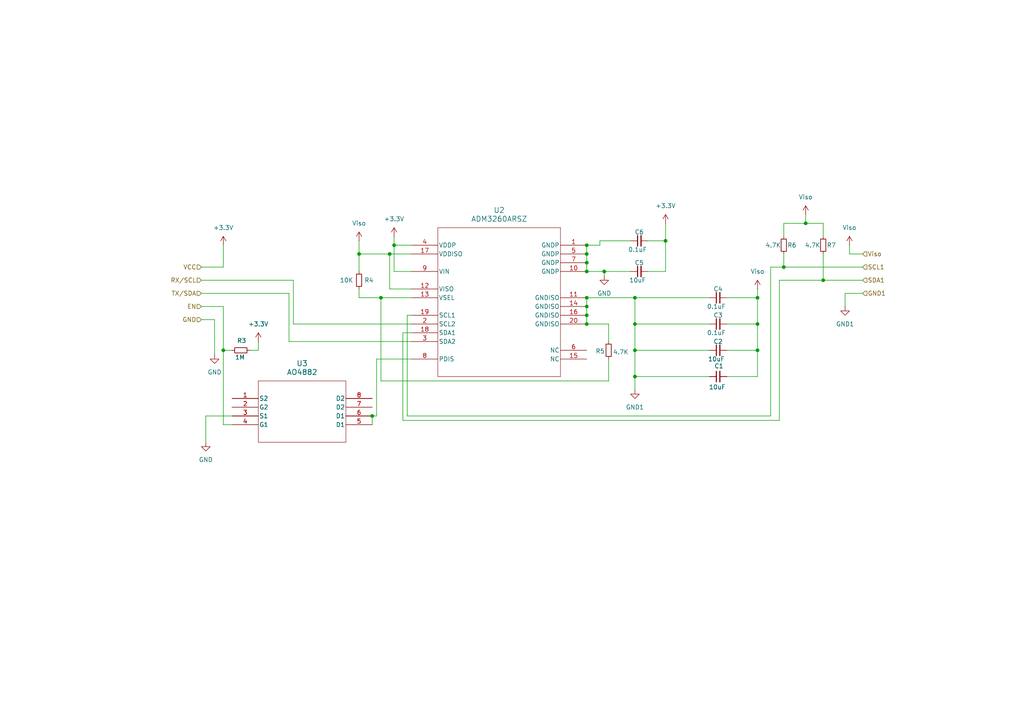
<source format=kicad_sch>
(kicad_sch (version 20231120) (generator "eeschema") (generator_version "8.0")
  (paper "A4")
  (lib_symbols
    (symbol "AO4882:AO4882" (pin_names (offset 0.254))
      (property "Reference" "U" (at 20.32 10.16 0))
      (property "Value" "AO4882" (at 20.32 7.62 0))
      (symbol "AO4882_0_1"
        (polyline (pts (xy 7.62 -12.7) (xy 33.02 -12.7)) (stroke (width 0.127)))
        (polyline (pts (xy 7.62 5.08) (xy 7.62 -12.7)) (stroke (width 0.127)))
        (polyline (pts (xy 33.02 -12.7) (xy 33.02 5.08)) (stroke (width 0.127)))
        (polyline (pts (xy 33.02 5.08) (xy 7.62 5.08)) (stroke (width 0.127)))
        (pin unspecified line (at 0 0 0) (length 7.62) (name "S2") (number "1"))
        (pin bidirectional line (at 0 -2.54 0) (length 7.62) (name "G2") (number "2"))
        (pin bidirectional line (at 0 -5.08 0) (length 7.62) (name "S1") (number "3"))
        (pin bidirectional line (at 0 -7.62 0) (length 7.62) (name "G1") (number "4"))
        (pin bidirectional line (at 40.64 -7.62 180) (length 7.62) (name "D1") (number "5"))
        (pin bidirectional line (at 40.64 -5.08 180) (length 7.62) (name "D1") (number "6"))
        (pin bidirectional line (at 40.64 -2.54 180) (length 7.62) (name "D2") (number "7"))
        (pin bidirectional line (at 40.64 0 180) (length 7.62) (name "D2") (number "8"))
      )
    )
    (symbol "Device:C_Small" (pin_numbers hide) (pin_names (offset 0.254) hide)
      (property "Reference" "C" (at 0.254 1.778 0))
      (property "Value" "C_Small" (at 0.254 -2.032 0))
      (symbol "C_Small_0_1"
        (polyline (pts (xy -1.524 -0.508) (xy 1.524 -0.508)) (stroke (width 0.3302)))
        (polyline (pts (xy -1.524 0.508) (xy 1.524 0.508)) (stroke (width 0.3048)))
      )
      (symbol "C_Small_1_1"
        (pin passive line (at 0 2.54 270) (length 2.032) (name "~") (number "1"))
        (pin passive line (at 0 -2.54 90) (length 2.032) (name "~") (number "2"))
      )
    )
    (symbol "Device:R_Small" (pin_numbers hide) (pin_names (offset 0.254) hide)
      (property "Reference" "R" (at 0.762 0.508 0))
      (property "Value" "R_Small" (at 0.762 -1.016 0))
      (symbol "R_Small_0_1"
        (rectangle (start -0.762 1.778) (end 0.762 -1.778) (stroke (width 0.2032)))
      )
      (symbol "R_Small_1_1"
        (pin passive line (at 0 2.54 270) (length 0.762) (name "~") (number "1"))
        (pin passive line (at 0 -2.54 90) (length 0.762) (name "~") (number "2"))
      )
    )
    (symbol "adm3260:ADM3260ARSZ" (pin_names (offset 0.254))
      (property "Reference" "U" (at 25.4 10.16 0))
      (property "Value" "ADM3260ARSZ" (at 25.4 7.62 0))
      (symbol "ADM3260ARSZ_0_1"
        (polyline (pts (xy 7.62 -38.1) (xy 43.18 -38.1)) (stroke (width 0.127)))
        (polyline (pts (xy 7.62 5.08) (xy 7.62 -38.1)) (stroke (width 0.127)))
        (polyline (pts (xy 43.18 -38.1) (xy 43.18 5.08)) (stroke (width 0.127)))
        (polyline (pts (xy 43.18 5.08) (xy 7.62 5.08)) (stroke (width 0.127)))
        (pin unspecified line (at 50.8 0 180) (length 7.62) (name "GNDP") (number "1"))
        (pin unspecified line (at 50.8 -7.62 180) (length 7.62) (name "GNDP") (number "10"))
        (pin unspecified line (at 50.8 -15.24 180) (length 7.62) (name "GNDISO") (number "11"))
        (pin unspecified line (at 0 -12.7 0) (length 7.62) (name "VISO") (number "12"))
        (pin unspecified line (at 0 -15.24 0) (length 7.62) (name "VSEL") (number "13"))
        (pin unspecified line (at 50.8 -17.78 180) (length 7.62) (name "GNDISO") (number "14"))
        (pin unspecified line (at 50.8 -33.02 180) (length 7.62) (name "NC") (number "15"))
        (pin unspecified line (at 50.8 -20.32 180) (length 7.62) (name "GNDISO") (number "16"))
        (pin unspecified line (at 0 -2.54 0) (length 7.62) (name "VDDISO") (number "17"))
        (pin unspecified line (at 0 -25.4 0) (length 7.62) (name "SDA1") (number "18"))
        (pin unspecified line (at 0 -20.32 0) (length 7.62) (name "SCL1") (number "19"))
        (pin unspecified line (at 0 -22.86 0) (length 7.62) (name "SCL2") (number "2"))
        (pin unspecified line (at 50.8 -22.86 180) (length 7.62) (name "GNDISO") (number "20"))
        (pin unspecified line (at 0 -27.94 0) (length 7.62) (name "SDA2") (number "3"))
        (pin unspecified line (at 0 0 0) (length 7.62) (name "VDDP") (number "4"))
        (pin unspecified line (at 50.8 -2.54 180) (length 7.62) (name "GNDP") (number "5"))
        (pin unspecified line (at 50.8 -30.48 180) (length 7.62) (name "NC") (number "6"))
        (pin unspecified line (at 50.8 -5.08 180) (length 7.62) (name "GNDP") (number "7"))
        (pin unspecified line (at 0 -33.02 0) (length 7.62) (name "PDIS") (number "8"))
        (pin unspecified line (at 0 -7.62 0) (length 7.62) (name "VIN") (number "9"))
      )
    )
    (symbol "power:+3.3V" (power) (pin_numbers hide) (pin_names (offset 0) hide)
      (property "Value" "+3.3V" (at 0 3.556 0))
      (symbol "+3.3V_0_1"
        (polyline (pts (xy -0.762 1.27) (xy 0 2.54)))
        (polyline (pts (xy 0 0) (xy 0 2.54)))
        (polyline (pts (xy 0 2.54) (xy 0.762 1.27)))
      )
      (symbol "+3.3V_1_1"
        (pin power_in line (at 0 0 90) (length 0) (name "~") (number "1"))
      )
    )
    (symbol "power:GND" (power) (pin_numbers hide) (pin_names (offset 0) hide)
      (property "Value" "GND" (at 0 -3.81 0))
      (symbol "GND_0_1"
        (polyline (pts (xy 0 0) (xy 0 -1.27) (xy 1.27 -1.27) (xy 0 -2.54) (xy -1.27 -1.27) (xy 0 -1.27)))
      )
      (symbol "GND_1_1"
        (pin power_in line (at 0 0 270) (length 0) (name "~") (number "1"))
      )
    )
    (symbol "power:GND1" (power) (pin_numbers hide) (pin_names (offset 0) hide)
      (property "Value" "GND1" (at 0 -3.81 0))
      (symbol "GND1_0_1"
        (polyline (pts (xy 0 0) (xy 0 -1.27) (xy 1.27 -1.27) (xy 0 -2.54) (xy -1.27 -1.27) (xy 0 -1.27)))
      )
      (symbol "GND1_1_1"
        (pin power_in line (at 0 0 270) (length 0) (name "~") (number "1"))
      )
    )
    (symbol "power:VDC" (power) (pin_numbers hide) (pin_names (offset 0) hide)
      (property "Value" "VDC" (at 0 3.556 0))
      (symbol "VDC_0_1"
        (polyline (pts (xy -0.762 1.27) (xy 0 2.54)))
        (polyline (pts (xy 0 0) (xy 0 2.54)))
        (polyline (pts (xy 0 2.54) (xy 0.762 1.27)))
      )
      (symbol "VDC_1_1"
        (pin power_in line (at 0 0 90) (length 0) (name "~") (number "1"))
      )
    )
  )
  (junction (at 170.18 76.2))
  (junction (at 107.95 120.65))
  (junction (at 175.26 78.74))
  (junction (at 170.18 86.36))
  (junction (at 170.18 73.66))
  (junction (at 193.04 69.85))
  (junction (at 110.49 86.36))
  (junction (at 184.15 93.98))
  (junction (at 114.3 71.12))
  (junction (at 113.03 73.66))
  (junction (at 238.76 81.28))
  (junction (at 184.15 101.6))
  (junction (at 219.71 101.6))
  (junction (at 227.33 77.47))
  (junction (at 170.18 91.44))
  (junction (at 170.18 71.12))
  (junction (at 170.18 78.74))
  (junction (at 233.68 64.77))
  (junction (at 170.18 93.98))
  (junction (at 64.77 101.6))
  (junction (at 219.71 86.36))
  (junction (at 184.15 86.36))
  (junction (at 184.15 109.22))
  (junction (at 104.14 73.66))
  (junction (at 170.18 88.9))
  (junction (at 219.71 93.98))
  (wire (pts (xy 116.84 121.92) (xy 226.06 121.92)))
  (wire (pts (xy 58.42 92.71) (xy 62.23 92.71)))
  (wire (pts (xy 184.15 101.6) (xy 184.15 109.22)))
  (wire (pts (xy 113.03 83.82) (xy 113.03 73.66)))
  (wire (pts (xy 233.68 64.77) (xy 238.76 64.77)))
  (wire (pts (xy 226.06 121.92) (xy 226.06 81.28)))
  (wire (pts (xy 170.18 86.36) (xy 184.15 86.36)))
  (wire (pts (xy 119.38 78.74) (xy 114.3 78.74)))
  (wire (pts (xy 119.38 91.44) (xy 118.11 91.44)))
  (wire (pts (xy 83.82 99.06) (xy 119.38 99.06)))
  (wire (pts (xy 109.22 104.14) (xy 119.38 104.14)))
  (wire (pts (xy 104.14 86.36) (xy 104.14 83.82)))
  (wire (pts (xy 193.04 78.74) (xy 193.04 69.85)))
  (wire (pts (xy 64.77 77.47) (xy 64.77 71.12)))
  (wire (pts (xy 246.38 73.66) (xy 250.19 73.66)))
  (wire (pts (xy 210.82 86.36) (xy 219.71 86.36)))
  (wire (pts (xy 118.11 91.44) (xy 118.11 120.65)))
  (wire (pts (xy 246.38 71.12) (xy 246.38 73.66)))
  (wire (pts (xy 219.71 86.36) (xy 219.71 93.98)))
  (wire (pts (xy 226.06 81.28) (xy 238.76 81.28)))
  (wire (pts (xy 110.49 110.49) (xy 110.49 86.36)))
  (wire (pts (xy 116.84 96.52) (xy 116.84 121.92)))
  (wire (pts (xy 184.15 86.36) (xy 184.15 93.98)))
  (wire (pts (xy 114.3 68.58) (xy 114.3 71.12)))
  (wire (pts (xy 170.18 73.66) (xy 170.18 76.2)))
  (wire (pts (xy 107.95 120.65) (xy 107.95 123.19)))
  (wire (pts (xy 193.04 69.85) (xy 187.96 69.85)))
  (wire (pts (xy 67.31 120.65) (xy 59.69 120.65)))
  (wire (pts (xy 175.26 78.74) (xy 182.88 78.74)))
  (wire (pts (xy 114.3 71.12) (xy 119.38 71.12)))
  (wire (pts (xy 223.52 77.47) (xy 227.33 77.47)))
  (wire (pts (xy 119.38 73.66) (xy 113.03 73.66)))
  (wire (pts (xy 176.53 110.49) (xy 110.49 110.49)))
  (wire (pts (xy 175.26 78.74) (xy 170.18 78.74)))
  (wire (pts (xy 219.71 93.98) (xy 210.82 93.98)))
  (wire (pts (xy 184.15 93.98) (xy 205.74 93.98)))
  (wire (pts (xy 170.18 88.9) (xy 170.18 91.44)))
  (wire (pts (xy 238.76 81.28) (xy 250.19 81.28)))
  (wire (pts (xy 175.26 80.01) (xy 175.26 78.74)))
  (wire (pts (xy 170.18 76.2) (xy 170.18 78.74)))
  (wire (pts (xy 238.76 73.66) (xy 238.76 81.28)))
  (wire (pts (xy 110.49 86.36) (xy 104.14 86.36)))
  (wire (pts (xy 245.11 85.09) (xy 245.11 88.9)))
  (wire (pts (xy 227.33 77.47) (xy 250.19 77.47)))
  (wire (pts (xy 219.71 93.98) (xy 219.71 101.6)))
  (wire (pts (xy 118.11 120.65) (xy 223.52 120.65)))
  (wire (pts (xy 58.42 85.09) (xy 83.82 85.09)))
  (wire (pts (xy 64.77 88.9) (xy 64.77 101.6)))
  (wire (pts (xy 64.77 123.19) (xy 67.31 123.19)))
  (wire (pts (xy 227.33 73.66) (xy 227.33 77.47)))
  (wire (pts (xy 119.38 83.82) (xy 113.03 83.82)))
  (wire (pts (xy 233.68 64.77) (xy 233.68 62.23)))
  (wire (pts (xy 219.71 86.36) (xy 219.71 83.82)))
  (wire (pts (xy 59.69 120.65) (xy 59.69 128.27)))
  (wire (pts (xy 184.15 109.22) (xy 184.15 113.03)))
  (wire (pts (xy 184.15 101.6) (xy 205.74 101.6)))
  (wire (pts (xy 170.18 91.44) (xy 170.18 93.98)))
  (wire (pts (xy 107.95 120.65) (xy 109.22 120.65)))
  (wire (pts (xy 219.71 101.6) (xy 210.82 101.6)))
  (wire (pts (xy 58.42 77.47) (xy 64.77 77.47)))
  (wire (pts (xy 110.49 86.36) (xy 119.38 86.36)))
  (wire (pts (xy 83.82 85.09) (xy 83.82 99.06)))
  (wire (pts (xy 173.99 71.12) (xy 173.99 69.85)))
  (wire (pts (xy 176.53 93.98) (xy 170.18 93.98)))
  (wire (pts (xy 170.18 86.36) (xy 170.18 88.9)))
  (wire (pts (xy 227.33 64.77) (xy 233.68 64.77)))
  (wire (pts (xy 62.23 92.71) (xy 62.23 102.87)))
  (wire (pts (xy 176.53 104.14) (xy 176.53 110.49)))
  (wire (pts (xy 176.53 99.06) (xy 176.53 93.98)))
  (wire (pts (xy 223.52 120.65) (xy 223.52 77.47)))
  (wire (pts (xy 219.71 101.6) (xy 219.71 109.22)))
  (wire (pts (xy 85.09 93.98) (xy 85.09 81.28)))
  (wire (pts (xy 219.71 109.22) (xy 210.82 109.22)))
  (wire (pts (xy 184.15 109.22) (xy 205.74 109.22)))
  (wire (pts (xy 104.14 73.66) (xy 104.14 69.85)))
  (wire (pts (xy 74.93 99.06) (xy 74.93 101.6)))
  (wire (pts (xy 114.3 78.74) (xy 114.3 71.12)))
  (wire (pts (xy 238.76 64.77) (xy 238.76 68.58)))
  (wire (pts (xy 119.38 96.52) (xy 116.84 96.52)))
  (wire (pts (xy 170.18 71.12) (xy 170.18 73.66)))
  (wire (pts (xy 85.09 93.98) (xy 119.38 93.98)))
  (wire (pts (xy 193.04 64.77) (xy 193.04 69.85)))
  (wire (pts (xy 72.39 101.6) (xy 74.93 101.6)))
  (wire (pts (xy 250.19 85.09) (xy 245.11 85.09)))
  (wire (pts (xy 173.99 69.85) (xy 182.88 69.85)))
  (wire (pts (xy 85.09 81.28) (xy 58.42 81.28)))
  (wire (pts (xy 58.42 88.9) (xy 64.77 88.9)))
  (wire (pts (xy 187.96 78.74) (xy 193.04 78.74)))
  (wire (pts (xy 184.15 86.36) (xy 205.74 86.36)))
  (wire (pts (xy 170.18 71.12) (xy 173.99 71.12)))
  (wire (pts (xy 113.03 73.66) (xy 104.14 73.66)))
  (wire (pts (xy 104.14 73.66) (xy 104.14 78.74)))
  (wire (pts (xy 184.15 93.98) (xy 184.15 101.6)))
  (wire (pts (xy 64.77 101.6) (xy 67.31 101.6)))
  (wire (pts (xy 227.33 68.58) (xy 227.33 64.77)))
  (wire (pts (xy 64.77 101.6) (xy 64.77 123.19)))
  (wire (pts (xy 109.22 120.65) (xy 109.22 104.14)))
  (hierarchical_label "EN" (shape input) (at 58.42 88.9 180))
  (hierarchical_label "GND1" (shape input) (at 250.19 85.09 0))
  (hierarchical_label "Viso" (shape input) (at 250.19 73.66 0))
  (hierarchical_label "TX{slash}SDA" (shape input) (at 58.42 85.09 180))
  (hierarchical_label "SDA1" (shape input) (at 250.19 81.28 0))
  (hierarchical_label "SCL1" (shape input) (at 250.19 77.47 0))
  (hierarchical_label "GND" (shape input) (at 58.42 92.71 180))
  (hierarchical_label "VCC" (shape input) (at 58.42 77.47 180))
  (hierarchical_label "RX{slash}SCL" (shape input) (at 58.42 81.28 180))
  (symbol (lib_id "Device:R_Small") (at 238.76 71.12 0) (unit 1)
    (property "Reference" "R7" (at 239.776 71.12 0) (effects (justify left)))
    (property "Value" "4.7K" (at 233.426 71.12 0) (effects (justify left)))
    (property "Description" "Resistor, small symbol" (effects (hide yes)))
  )
  (symbol (lib_id "power:GND") (at 62.23 102.87 0) (unit 1)
    (property "Reference" "#PWR06" (effects (hide yes)))
    (property "Value" "GND" (at 62.23 107.95 0))
    (property "Description" "Power symbol creates a global label with name \"GND\" , ground" (effects (hide yes)))
  )
  (symbol (lib_id "Device:C_Small") (at 185.42 78.74 90) (unit 1)
    (property "Reference" "C5" (at 185.42 76.2 90))
    (property "Value" "10uF" (at 184.912 81.28 90))
    (property "Description" "Unpolarized capacitor, small symbol" (effects (hide yes)))
  )
  (symbol (lib_id "Device:C_Small") (at 208.28 93.98 90) (unit 1)
    (property "Reference" "C3" (at 208.28 91.44 90))
    (property "Value" "0.1uF" (at 207.772 96.52 90))
    (property "Description" "Unpolarized capacitor, small symbol" (effects (hide yes)))
  )
  (symbol (lib_id "Device:C_Small") (at 208.28 109.22 90) (unit 1)
    (property "Reference" "C1" (at 208.534 106.172 90))
    (property "Value" "10uF" (at 208.026 112.268 90))
    (property "Description" "Unpolarized capacitor, small symbol" (effects (hide yes)))
  )
  (symbol (lib_id "power:+3.3V") (at 74.93 99.06 0) (unit 1)
    (property "Reference" "#PWR09" (effects (hide yes)))
    (property "Value" "+3.3V" (at 74.93 93.98 0))
    (property "Description" "Power symbol creates a global label with name \"+3.3V\"" (effects (hide yes)))
  )
  (symbol (lib_id "Device:R_Small") (at 176.53 101.6 180) (unit 1)
    (property "Reference" "R5" (at 172.72 101.854 0) (effects (justify right)))
    (property "Value" "4.7K" (at 177.8 102.108 0) (effects (justify right)))
    (property "Description" "Resistor, small symbol" (effects (hide yes)))
  )
  (symbol (lib_id "power:+3.3V") (at 64.77 71.12 0) (unit 1)
    (property "Reference" "#PWR07" (effects (hide yes)))
    (property "Value" "+3.3V" (at 64.77 66.04 0))
    (property "Description" "Power symbol creates a global label with name \"+3.3V\"" (effects (hide yes)))
  )
  (symbol (lib_id "Device:C_Small") (at 185.42 69.85 90) (unit 1)
    (property "Reference" "C6" (at 185.42 67.31 90))
    (property "Value" "0.1uF" (at 184.912 72.39 90))
    (property "Description" "Unpolarized capacitor, small symbol" (effects (hide yes)))
  )
  (symbol (lib_id "power:VDC") (at 233.68 62.23 0) (unit 1)
    (property "Reference" "#PWR018" (effects (hide yes)))
    (property "Value" "Viso" (at 233.68 57.15 0))
    (property "Description" "Power symbol creates a global label with name \"VDC\"" (effects (hide yes)))
  )
  (symbol (lib_id "adm3260:ADM3260ARSZ") (at 119.38 71.12 0) (unit 1)
    (property "Reference" "U2" (at 144.78 60.96 0) (effects (font (size 1.524 1.524))))
    (property "Value" "ADM3260ARSZ" (at 144.78 63.5 0) (effects (font (size 1.524 1.524))))
    (property "Footprint" "footprints:RS_20_ADI" (effects (hide yes)))
    (property "Datasheet" "ADM3260ARSZ" (effects (hide yes)))
  )
  (symbol (lib_id "power:+3.3V") (at 193.04 64.77 0) (unit 1)
    (property "Reference" "#PWR015" (effects (hide yes)))
    (property "Value" "+3.3V" (at 193.04 59.69 0))
    (property "Description" "Power symbol creates a global label with name \"+3.3V\"" (effects (hide yes)))
  )
  (symbol (lib_id "power:GND") (at 175.26 80.01 0) (unit 1)
    (property "Reference" "#PWR011" (effects (hide yes)))
    (property "Value" "GND" (at 175.26 85.09 0))
    (property "Description" "Power symbol creates a global label with name \"GND\" , ground" (effects (hide yes)))
  )
  (symbol (lib_id "power:GND1") (at 245.11 88.9 0) (unit 1)
    (property "Reference" "#PWR017" (effects (hide yes)))
    (property "Value" "GND1" (at 245.11 93.98 0))
    (property "Description" "Power symbol creates a global label with name \"GND1\" , ground" (effects (hide yes)))
  )
  (symbol (lib_id "power:VDC") (at 219.71 83.82 0) (unit 1)
    (property "Reference" "#PWR014" (effects (hide yes)))
    (property "Value" "Viso" (at 219.71 78.74 0))
    (property "Description" "Power symbol creates a global label with name \"VDC\"" (effects (hide yes)))
  )
  (symbol (lib_id "Device:C_Small") (at 208.28 101.6 90) (unit 1)
    (property "Reference" "C2" (at 208.28 99.06 90))
    (property "Value" "10uF" (at 207.772 104.14 90))
    (property "Description" "Unpolarized capacitor, small symbol" (effects (hide yes)))
  )
  (symbol (lib_id "AO4882:AO4882") (at 67.31 115.57 0) (unit 1)
    (property "Reference" "U3" (at 87.63 105.41 0) (effects (font (size 1.524 1.524))))
    (property "Value" "AO4882" (at 87.63 107.95 0) (effects (font (size 1.524 1.524))))
    (property "Footprint" "SO-8_AOS" (effects (hide yes)))
    (property "Datasheet" "AO4882" (effects (hide yes)))
  )
  (symbol (lib_id "Device:C_Small") (at 208.28 86.36 90) (unit 1)
    (property "Reference" "C4" (at 208.28 83.82 90))
    (property "Value" "0.1uF" (at 207.772 88.9 90))
    (property "Description" "Unpolarized capacitor, small symbol" (effects (hide yes)))
  )
  (symbol (lib_id "power:GND1") (at 184.15 113.03 0) (unit 1)
    (property "Reference" "#PWR012" (effects (hide yes)))
    (property "Value" "GND1" (at 184.15 118.11 0))
    (property "Description" "Power symbol creates a global label with name \"GND1\" , ground" (effects (hide yes)))
  )
  (symbol (lib_id "Device:R_Small") (at 69.85 101.6 90) (unit 1)
    (property "Reference" "R3" (at 70.104 98.806 90))
    (property "Value" "1M" (at 69.596 103.632 90))
    (property "Description" "Resistor, small symbol" (effects (hide yes)))
  )
  (symbol (lib_id "power:VDC") (at 246.38 71.12 0) (unit 1)
    (property "Reference" "#PWR016" (effects (hide yes)))
    (property "Value" "Viso" (at 246.38 66.04 0))
    (property "Description" "Power symbol creates a global label with name \"VDC\"" (effects (hide yes)))
  )
  (symbol (lib_id "power:GND") (at 59.69 128.27 0) (unit 1)
    (property "Reference" "#PWR010" (effects (hide yes)))
    (property "Value" "GND" (at 59.69 133.35 0))
    (property "Description" "Power symbol creates a global label with name \"GND\" , ground" (effects (hide yes)))
  )
  (symbol (lib_id "power:VDC") (at 104.14 69.85 0) (unit 1)
    (property "Reference" "#PWR013" (effects (hide yes)))
    (property "Value" "Viso" (at 104.14 64.77 0))
    (property "Description" "Power symbol creates a global label with name \"VDC\"" (effects (hide yes)))
  )
  (symbol (lib_id "Device:R_Small") (at 104.14 81.28 0) (unit 1)
    (property "Reference" "R4" (at 105.664 81.28 0) (effects (justify left)))
    (property "Value" "10K" (at 98.552 81.28 0) (effects (justify left)))
    (property "Description" "Resistor, small symbol" (effects (hide yes)))
  )
  (symbol (lib_id "power:+3.3V") (at 114.3 68.58 0) (unit 1)
    (property "Reference" "#PWR08" (effects (hide yes)))
    (property "Value" "+3.3V" (at 114.3 63.5 0))
    (property "Description" "Power symbol creates a global label with name \"+3.3V\"" (effects (hide yes)))
  )
  (symbol (lib_id "Device:R_Small") (at 227.33 71.12 0) (unit 1)
    (property "Reference" "R6" (at 228.346 71.12 0) (effects (justify left)))
    (property "Value" "4.7K" (at 221.996 71.12 0) (effects (justify left)))
    (property "Description" "Resistor, small symbol" (effects (hide yes)))
  )
)
</source>
